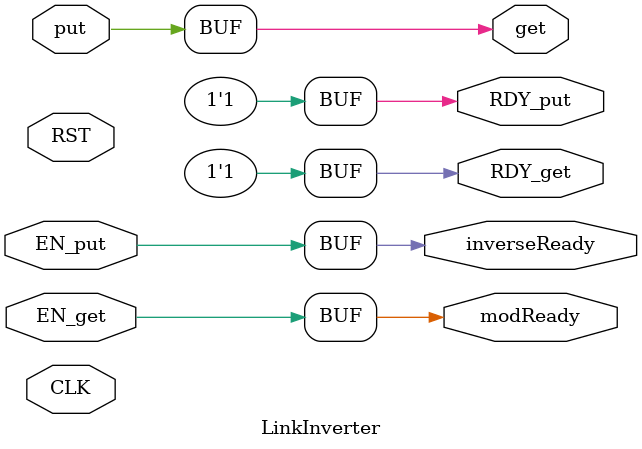
<source format=v>
module LinkInverter(CLK,
		  RST,
		  put,
		  EN_put,
		  RDY_put,
		  get,
		  EN_get,
		  RDY_get,
                  modReady,
                  inverseReady
		  );
   parameter DATA_WIDTH = 1;
   input CLK;
   input RST;
   output [DATA_WIDTH-1 : 0] get;
   input  [DATA_WIDTH-1 : 0] put;
   input 		   EN_get;
   input 		   EN_put;
   output 		   RDY_get;
   output 		   RDY_put;
   output 		   modReady;
   output 		   inverseReady;
   assign get = put;
   assign RDY_get = 1;
   assign RDY_put = 1;
   assign modReady = EN_get;
   assign inverseReady = EN_put;
endmodule
</source>
